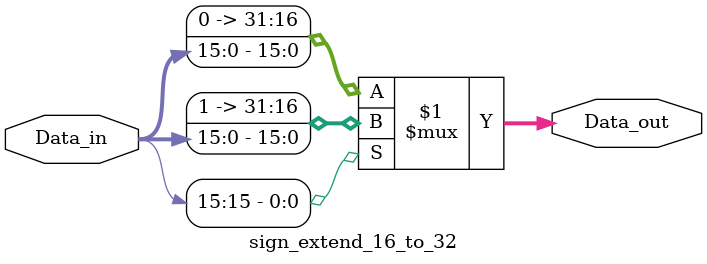
<source format=v>
module sign_extend_16_to_32 (
    input wire [15:0] Data_in,
    output wire [31:0] Data_out
);

    assign Data_out = (Data_in[15]) ?  {16'b1111111111111111 , Data_in } : {16'b0000000000000000 , Data_in };

endmodule
</source>
